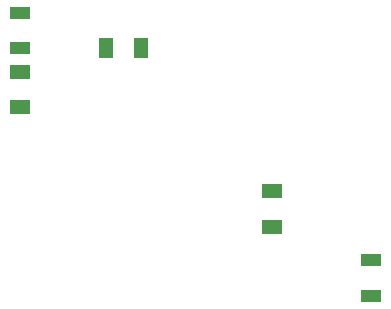
<source format=gbp>
G04*
G04 #@! TF.GenerationSoftware,Altium Limited,Altium Designer,20.1.12 (249)*
G04*
G04 Layer_Color=128*
%FSLAX25Y25*%
%MOIN*%
G70*
G04*
G04 #@! TF.SameCoordinates,A4FAC8CF-ADEF-4931-830A-096F340B5E0A*
G04*
G04*
G04 #@! TF.FilePolarity,Positive*
G04*
G01*
G75*
%ADD15R,0.07087X0.04528*%
%ADD19R,0.04528X0.07087*%
%ADD21R,0.07087X0.03937*%
D15*
X239679Y336263D02*
D03*
Y348074D02*
D03*
X155512Y376042D02*
D03*
Y387853D02*
D03*
D19*
X184043Y395829D02*
D03*
X195854D02*
D03*
D21*
X272586Y325028D02*
D03*
Y313217D02*
D03*
X155512Y395669D02*
D03*
Y407480D02*
D03*
M02*

</source>
